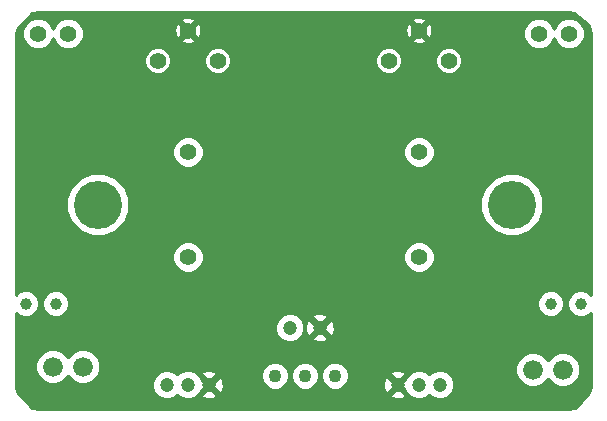
<source format=gbl>
G04 (created by PCBNEW (22-Jun-2014 BZR 4027)-stable) date Tue 12 Jul 2016 21:22:19 BST*
%MOIN*%
G04 Gerber Fmt 3.4, Leading zero omitted, Abs format*
%FSLAX34Y34*%
G01*
G70*
G90*
G04 APERTURE LIST*
%ADD10C,0.00590551*%
%ADD11C,0.055*%
%ADD12C,0.0433071*%
%ADD13C,0.16*%
%ADD14C,0.0472441*%
%ADD15C,0.066*%
%ADD16C,0.0393701*%
%ADD17C,0.0551181*%
%ADD18C,0.01*%
G04 APERTURE END LIST*
G54D10*
G54D11*
X116900Y-69500D03*
X117900Y-69500D03*
X100200Y-69500D03*
X101200Y-69500D03*
G54D12*
X109100Y-80900D03*
X108100Y-80900D03*
X110100Y-80900D03*
G54D13*
X102200Y-75200D03*
X116000Y-75200D03*
G54D14*
X108600Y-79300D03*
X109600Y-79300D03*
G54D11*
X105200Y-73450D03*
X105200Y-76950D03*
X112900Y-73450D03*
X112900Y-76950D03*
G54D15*
X100700Y-80600D03*
X101700Y-80600D03*
X117700Y-80700D03*
X116700Y-80700D03*
G54D16*
X117300Y-78500D03*
X118300Y-78500D03*
X99800Y-78500D03*
X100800Y-78500D03*
G54D14*
X112200Y-81200D03*
X112900Y-81200D03*
X113600Y-81200D03*
X105900Y-81200D03*
X105200Y-81200D03*
X104500Y-81200D03*
G54D17*
X111900Y-70400D03*
X112900Y-69400D03*
X113900Y-70400D03*
X104200Y-70400D03*
X105200Y-69400D03*
X106200Y-70400D03*
G54D10*
G36*
X118630Y-81271D02*
X118586Y-81492D01*
X118280Y-81799D01*
X118280Y-80585D01*
X118191Y-80371D01*
X118028Y-80208D01*
X117815Y-80120D01*
X117746Y-80120D01*
X117746Y-78411D01*
X117679Y-78247D01*
X117553Y-78121D01*
X117389Y-78053D01*
X117211Y-78053D01*
X117050Y-78119D01*
X117050Y-74992D01*
X116890Y-74606D01*
X116595Y-74310D01*
X116209Y-74150D01*
X115792Y-74149D01*
X115406Y-74309D01*
X115110Y-74604D01*
X114950Y-74990D01*
X114949Y-75407D01*
X115109Y-75794D01*
X115404Y-76089D01*
X115790Y-76249D01*
X116207Y-76250D01*
X116594Y-76090D01*
X116889Y-75795D01*
X117049Y-75409D01*
X117050Y-74992D01*
X117050Y-78119D01*
X117047Y-78120D01*
X116921Y-78246D01*
X116853Y-78410D01*
X116853Y-78588D01*
X116920Y-78752D01*
X117046Y-78878D01*
X117210Y-78946D01*
X117388Y-78946D01*
X117552Y-78879D01*
X117678Y-78753D01*
X117746Y-78589D01*
X117746Y-78411D01*
X117746Y-80120D01*
X117585Y-80119D01*
X117371Y-80208D01*
X117208Y-80371D01*
X117200Y-80391D01*
X117191Y-80371D01*
X117028Y-80208D01*
X116815Y-80120D01*
X116585Y-80119D01*
X116371Y-80208D01*
X116208Y-80371D01*
X116120Y-80584D01*
X116119Y-80814D01*
X116208Y-81028D01*
X116371Y-81191D01*
X116584Y-81279D01*
X116814Y-81280D01*
X117028Y-81191D01*
X117191Y-81028D01*
X117199Y-81008D01*
X117208Y-81028D01*
X117371Y-81191D01*
X117584Y-81279D01*
X117814Y-81280D01*
X118028Y-81191D01*
X118191Y-81028D01*
X118279Y-80815D01*
X118280Y-80585D01*
X118280Y-81799D01*
X118092Y-81987D01*
X117873Y-82030D01*
X114346Y-82030D01*
X114346Y-70311D01*
X114279Y-70147D01*
X114153Y-70021D01*
X113989Y-69953D01*
X113811Y-69953D01*
X113647Y-70020D01*
X113521Y-70146D01*
X113453Y-70310D01*
X113453Y-70488D01*
X113520Y-70652D01*
X113646Y-70778D01*
X113810Y-70846D01*
X113988Y-70846D01*
X114152Y-70779D01*
X114278Y-70653D01*
X114346Y-70489D01*
X114346Y-70311D01*
X114346Y-82030D01*
X114086Y-82030D01*
X114086Y-81103D01*
X114012Y-80924D01*
X113875Y-80788D01*
X113697Y-80713D01*
X113503Y-80713D01*
X113425Y-80746D01*
X113425Y-76846D01*
X113425Y-73346D01*
X113352Y-73169D01*
X113352Y-69457D01*
X113339Y-69279D01*
X113295Y-69174D01*
X113211Y-69159D01*
X113140Y-69230D01*
X113140Y-69088D01*
X113125Y-69004D01*
X112957Y-68947D01*
X112779Y-68960D01*
X112674Y-69004D01*
X112659Y-69088D01*
X112900Y-69329D01*
X113140Y-69088D01*
X113140Y-69230D01*
X112970Y-69400D01*
X113211Y-69640D01*
X113295Y-69625D01*
X113352Y-69457D01*
X113352Y-73169D01*
X113345Y-73153D01*
X113197Y-73005D01*
X113140Y-72981D01*
X113140Y-69711D01*
X112900Y-69470D01*
X112829Y-69541D01*
X112829Y-69400D01*
X112588Y-69159D01*
X112504Y-69174D01*
X112447Y-69342D01*
X112460Y-69520D01*
X112504Y-69625D01*
X112588Y-69640D01*
X112829Y-69400D01*
X112829Y-69541D01*
X112659Y-69711D01*
X112674Y-69795D01*
X112842Y-69852D01*
X113020Y-69839D01*
X113125Y-69795D01*
X113140Y-69711D01*
X113140Y-72981D01*
X113004Y-72925D01*
X112796Y-72924D01*
X112603Y-73004D01*
X112455Y-73152D01*
X112375Y-73345D01*
X112374Y-73553D01*
X112454Y-73747D01*
X112602Y-73894D01*
X112795Y-73974D01*
X113003Y-73975D01*
X113197Y-73895D01*
X113344Y-73747D01*
X113424Y-73554D01*
X113425Y-73346D01*
X113425Y-76846D01*
X113345Y-76653D01*
X113197Y-76505D01*
X113004Y-76425D01*
X112796Y-76424D01*
X112603Y-76504D01*
X112455Y-76652D01*
X112375Y-76845D01*
X112374Y-77053D01*
X112454Y-77247D01*
X112602Y-77394D01*
X112795Y-77474D01*
X113003Y-77475D01*
X113197Y-77395D01*
X113344Y-77247D01*
X113424Y-77054D01*
X113425Y-76846D01*
X113425Y-80746D01*
X113324Y-80787D01*
X113249Y-80862D01*
X113175Y-80788D01*
X112997Y-80713D01*
X112803Y-80713D01*
X112624Y-80787D01*
X112488Y-80924D01*
X112468Y-80970D01*
X112468Y-80860D01*
X112449Y-80771D01*
X112346Y-80736D01*
X112346Y-70311D01*
X112279Y-70147D01*
X112153Y-70021D01*
X111989Y-69953D01*
X111811Y-69953D01*
X111647Y-70020D01*
X111521Y-70146D01*
X111453Y-70310D01*
X111453Y-70488D01*
X111520Y-70652D01*
X111646Y-70778D01*
X111810Y-70846D01*
X111988Y-70846D01*
X112152Y-70779D01*
X112278Y-70653D01*
X112346Y-70489D01*
X112346Y-70311D01*
X112346Y-80736D01*
X112266Y-80708D01*
X112073Y-80720D01*
X111950Y-80771D01*
X111931Y-80860D01*
X112200Y-81129D01*
X112468Y-80860D01*
X112468Y-80970D01*
X112446Y-81024D01*
X112270Y-81200D01*
X112446Y-81375D01*
X112487Y-81475D01*
X112624Y-81611D01*
X112802Y-81686D01*
X112996Y-81686D01*
X113175Y-81612D01*
X113250Y-81537D01*
X113324Y-81611D01*
X113502Y-81686D01*
X113696Y-81686D01*
X113875Y-81612D01*
X114011Y-81475D01*
X114086Y-81297D01*
X114086Y-81103D01*
X114086Y-82030D01*
X112468Y-82030D01*
X112468Y-81539D01*
X112200Y-81270D01*
X112129Y-81341D01*
X112129Y-81200D01*
X111860Y-80931D01*
X111771Y-80950D01*
X111708Y-81133D01*
X111720Y-81326D01*
X111771Y-81449D01*
X111860Y-81468D01*
X112129Y-81200D01*
X112129Y-81341D01*
X111931Y-81539D01*
X111950Y-81628D01*
X112133Y-81691D01*
X112326Y-81679D01*
X112449Y-81628D01*
X112468Y-81539D01*
X112468Y-82030D01*
X110566Y-82030D01*
X110566Y-80807D01*
X110495Y-80636D01*
X110364Y-80504D01*
X110193Y-80433D01*
X110091Y-80433D01*
X110091Y-79366D01*
X110079Y-79173D01*
X110028Y-79050D01*
X109939Y-79031D01*
X109868Y-79101D01*
X109868Y-78960D01*
X109849Y-78871D01*
X109666Y-78808D01*
X109473Y-78820D01*
X109350Y-78871D01*
X109331Y-78960D01*
X109600Y-79229D01*
X109868Y-78960D01*
X109868Y-79101D01*
X109670Y-79300D01*
X109939Y-79568D01*
X110028Y-79549D01*
X110091Y-79366D01*
X110091Y-80433D01*
X110007Y-80433D01*
X109868Y-80490D01*
X109868Y-79639D01*
X109600Y-79370D01*
X109529Y-79441D01*
X109529Y-79300D01*
X109260Y-79031D01*
X109171Y-79050D01*
X109108Y-79233D01*
X109120Y-79426D01*
X109171Y-79549D01*
X109260Y-79568D01*
X109529Y-79300D01*
X109529Y-79441D01*
X109331Y-79639D01*
X109350Y-79728D01*
X109533Y-79791D01*
X109726Y-79779D01*
X109849Y-79728D01*
X109868Y-79639D01*
X109868Y-80490D01*
X109836Y-80504D01*
X109704Y-80635D01*
X109633Y-80806D01*
X109633Y-80992D01*
X109704Y-81163D01*
X109835Y-81295D01*
X110006Y-81366D01*
X110192Y-81366D01*
X110363Y-81295D01*
X110495Y-81164D01*
X110566Y-80993D01*
X110566Y-80807D01*
X110566Y-82030D01*
X109566Y-82030D01*
X109566Y-80807D01*
X109495Y-80636D01*
X109364Y-80504D01*
X109193Y-80433D01*
X109086Y-80433D01*
X109086Y-79203D01*
X109012Y-79024D01*
X108875Y-78888D01*
X108697Y-78813D01*
X108503Y-78813D01*
X108324Y-78887D01*
X108188Y-79024D01*
X108113Y-79202D01*
X108113Y-79396D01*
X108187Y-79575D01*
X108324Y-79711D01*
X108502Y-79786D01*
X108696Y-79786D01*
X108875Y-79712D01*
X109011Y-79575D01*
X109086Y-79397D01*
X109086Y-79203D01*
X109086Y-80433D01*
X109007Y-80433D01*
X108836Y-80504D01*
X108704Y-80635D01*
X108633Y-80806D01*
X108633Y-80992D01*
X108704Y-81163D01*
X108835Y-81295D01*
X109006Y-81366D01*
X109192Y-81366D01*
X109363Y-81295D01*
X109495Y-81164D01*
X109566Y-80993D01*
X109566Y-80807D01*
X109566Y-82030D01*
X108566Y-82030D01*
X108566Y-80807D01*
X108495Y-80636D01*
X108364Y-80504D01*
X108193Y-80433D01*
X108007Y-80433D01*
X107836Y-80504D01*
X107704Y-80635D01*
X107633Y-80806D01*
X107633Y-80992D01*
X107704Y-81163D01*
X107835Y-81295D01*
X108006Y-81366D01*
X108192Y-81366D01*
X108363Y-81295D01*
X108495Y-81164D01*
X108566Y-80993D01*
X108566Y-80807D01*
X108566Y-82030D01*
X106646Y-82030D01*
X106646Y-70311D01*
X106579Y-70147D01*
X106453Y-70021D01*
X106289Y-69953D01*
X106111Y-69953D01*
X105947Y-70020D01*
X105821Y-70146D01*
X105753Y-70310D01*
X105753Y-70488D01*
X105820Y-70652D01*
X105946Y-70778D01*
X106110Y-70846D01*
X106288Y-70846D01*
X106452Y-70779D01*
X106578Y-70653D01*
X106646Y-70489D01*
X106646Y-70311D01*
X106646Y-82030D01*
X106391Y-82030D01*
X106391Y-81266D01*
X106379Y-81073D01*
X106328Y-80950D01*
X106239Y-80931D01*
X106168Y-81001D01*
X106168Y-80860D01*
X106149Y-80771D01*
X105966Y-80708D01*
X105773Y-80720D01*
X105725Y-80740D01*
X105725Y-76846D01*
X105725Y-73346D01*
X105652Y-73169D01*
X105652Y-69457D01*
X105639Y-69279D01*
X105595Y-69174D01*
X105511Y-69159D01*
X105440Y-69230D01*
X105440Y-69088D01*
X105425Y-69004D01*
X105257Y-68947D01*
X105079Y-68960D01*
X104974Y-69004D01*
X104959Y-69088D01*
X105200Y-69329D01*
X105440Y-69088D01*
X105440Y-69230D01*
X105270Y-69400D01*
X105511Y-69640D01*
X105595Y-69625D01*
X105652Y-69457D01*
X105652Y-73169D01*
X105645Y-73153D01*
X105497Y-73005D01*
X105440Y-72981D01*
X105440Y-69711D01*
X105200Y-69470D01*
X105129Y-69541D01*
X105129Y-69400D01*
X104888Y-69159D01*
X104804Y-69174D01*
X104747Y-69342D01*
X104760Y-69520D01*
X104804Y-69625D01*
X104888Y-69640D01*
X105129Y-69400D01*
X105129Y-69541D01*
X104959Y-69711D01*
X104974Y-69795D01*
X105142Y-69852D01*
X105320Y-69839D01*
X105425Y-69795D01*
X105440Y-69711D01*
X105440Y-72981D01*
X105304Y-72925D01*
X105096Y-72924D01*
X104903Y-73004D01*
X104755Y-73152D01*
X104675Y-73345D01*
X104674Y-73553D01*
X104754Y-73747D01*
X104902Y-73894D01*
X105095Y-73974D01*
X105303Y-73975D01*
X105497Y-73895D01*
X105644Y-73747D01*
X105724Y-73554D01*
X105725Y-73346D01*
X105725Y-76846D01*
X105645Y-76653D01*
X105497Y-76505D01*
X105304Y-76425D01*
X105096Y-76424D01*
X104903Y-76504D01*
X104755Y-76652D01*
X104675Y-76845D01*
X104674Y-77053D01*
X104754Y-77247D01*
X104902Y-77394D01*
X105095Y-77474D01*
X105303Y-77475D01*
X105497Y-77395D01*
X105644Y-77247D01*
X105724Y-77054D01*
X105725Y-76846D01*
X105725Y-80740D01*
X105650Y-80771D01*
X105631Y-80860D01*
X105900Y-81129D01*
X106168Y-80860D01*
X106168Y-81001D01*
X105970Y-81200D01*
X106239Y-81468D01*
X106328Y-81449D01*
X106391Y-81266D01*
X106391Y-82030D01*
X106168Y-82030D01*
X106168Y-81539D01*
X105900Y-81270D01*
X105829Y-81341D01*
X105829Y-81200D01*
X105653Y-81024D01*
X105612Y-80924D01*
X105475Y-80788D01*
X105297Y-80713D01*
X105103Y-80713D01*
X104924Y-80787D01*
X104849Y-80862D01*
X104775Y-80788D01*
X104646Y-80734D01*
X104646Y-70311D01*
X104579Y-70147D01*
X104453Y-70021D01*
X104289Y-69953D01*
X104111Y-69953D01*
X103947Y-70020D01*
X103821Y-70146D01*
X103753Y-70310D01*
X103753Y-70488D01*
X103820Y-70652D01*
X103946Y-70778D01*
X104110Y-70846D01*
X104288Y-70846D01*
X104452Y-70779D01*
X104578Y-70653D01*
X104646Y-70489D01*
X104646Y-70311D01*
X104646Y-80734D01*
X104597Y-80713D01*
X104403Y-80713D01*
X104224Y-80787D01*
X104088Y-80924D01*
X104013Y-81102D01*
X104013Y-81296D01*
X104087Y-81475D01*
X104224Y-81611D01*
X104402Y-81686D01*
X104596Y-81686D01*
X104775Y-81612D01*
X104850Y-81537D01*
X104924Y-81611D01*
X105102Y-81686D01*
X105296Y-81686D01*
X105475Y-81612D01*
X105611Y-81475D01*
X105653Y-81375D01*
X105829Y-81200D01*
X105829Y-81341D01*
X105631Y-81539D01*
X105650Y-81628D01*
X105833Y-81691D01*
X106026Y-81679D01*
X106149Y-81628D01*
X106168Y-81539D01*
X106168Y-82030D01*
X103250Y-82030D01*
X103250Y-74992D01*
X103090Y-74606D01*
X102795Y-74310D01*
X102409Y-74150D01*
X101992Y-74149D01*
X101725Y-74260D01*
X101725Y-69396D01*
X101645Y-69203D01*
X101497Y-69055D01*
X101304Y-68975D01*
X101096Y-68974D01*
X100903Y-69054D01*
X100755Y-69202D01*
X100699Y-69335D01*
X100645Y-69203D01*
X100497Y-69055D01*
X100304Y-68975D01*
X100096Y-68974D01*
X99903Y-69054D01*
X99755Y-69202D01*
X99675Y-69395D01*
X99674Y-69603D01*
X99754Y-69797D01*
X99902Y-69944D01*
X100095Y-70024D01*
X100303Y-70025D01*
X100497Y-69945D01*
X100644Y-69797D01*
X100700Y-69664D01*
X100754Y-69797D01*
X100902Y-69944D01*
X101095Y-70024D01*
X101303Y-70025D01*
X101497Y-69945D01*
X101644Y-69797D01*
X101724Y-69604D01*
X101725Y-69396D01*
X101725Y-74260D01*
X101606Y-74309D01*
X101310Y-74604D01*
X101150Y-74990D01*
X101149Y-75407D01*
X101309Y-75794D01*
X101604Y-76089D01*
X101990Y-76249D01*
X102407Y-76250D01*
X102794Y-76090D01*
X103089Y-75795D01*
X103249Y-75409D01*
X103250Y-74992D01*
X103250Y-82030D01*
X102280Y-82030D01*
X102280Y-80485D01*
X102191Y-80271D01*
X102028Y-80108D01*
X101815Y-80020D01*
X101585Y-80019D01*
X101371Y-80108D01*
X101246Y-80232D01*
X101246Y-78411D01*
X101179Y-78247D01*
X101053Y-78121D01*
X100889Y-78053D01*
X100711Y-78053D01*
X100547Y-78120D01*
X100421Y-78246D01*
X100353Y-78410D01*
X100353Y-78588D01*
X100420Y-78752D01*
X100546Y-78878D01*
X100710Y-78946D01*
X100888Y-78946D01*
X101052Y-78879D01*
X101178Y-78753D01*
X101246Y-78589D01*
X101246Y-78411D01*
X101246Y-80232D01*
X101208Y-80271D01*
X101200Y-80291D01*
X101191Y-80271D01*
X101028Y-80108D01*
X100815Y-80020D01*
X100585Y-80019D01*
X100371Y-80108D01*
X100208Y-80271D01*
X100120Y-80484D01*
X100119Y-80714D01*
X100208Y-80928D01*
X100371Y-81091D01*
X100584Y-81179D01*
X100814Y-81180D01*
X101028Y-81091D01*
X101191Y-80928D01*
X101199Y-80908D01*
X101208Y-80928D01*
X101371Y-81091D01*
X101584Y-81179D01*
X101814Y-81180D01*
X102028Y-81091D01*
X102191Y-80928D01*
X102279Y-80715D01*
X102280Y-80485D01*
X102280Y-82030D01*
X100228Y-82030D01*
X100019Y-81988D01*
X99503Y-81442D01*
X99469Y-81273D01*
X99469Y-78801D01*
X99546Y-78878D01*
X99710Y-78946D01*
X99888Y-78946D01*
X100052Y-78879D01*
X100178Y-78753D01*
X100246Y-78589D01*
X100246Y-78411D01*
X100179Y-78247D01*
X100053Y-78121D01*
X99889Y-78053D01*
X99711Y-78053D01*
X99547Y-78120D01*
X99469Y-78198D01*
X99469Y-69526D01*
X99503Y-69357D01*
X100019Y-68811D01*
X100228Y-68769D01*
X117873Y-68769D01*
X118072Y-68809D01*
X118569Y-69223D01*
X118630Y-69528D01*
X118630Y-78198D01*
X118553Y-78121D01*
X118425Y-78068D01*
X118425Y-69396D01*
X118345Y-69203D01*
X118197Y-69055D01*
X118004Y-68975D01*
X117796Y-68974D01*
X117603Y-69054D01*
X117455Y-69202D01*
X117399Y-69335D01*
X117345Y-69203D01*
X117197Y-69055D01*
X117004Y-68975D01*
X116796Y-68974D01*
X116603Y-69054D01*
X116455Y-69202D01*
X116375Y-69395D01*
X116374Y-69603D01*
X116454Y-69797D01*
X116602Y-69944D01*
X116795Y-70024D01*
X117003Y-70025D01*
X117197Y-69945D01*
X117344Y-69797D01*
X117400Y-69664D01*
X117454Y-69797D01*
X117602Y-69944D01*
X117795Y-70024D01*
X118003Y-70025D01*
X118197Y-69945D01*
X118344Y-69797D01*
X118424Y-69604D01*
X118425Y-69396D01*
X118425Y-78068D01*
X118389Y-78053D01*
X118211Y-78053D01*
X118047Y-78120D01*
X117921Y-78246D01*
X117853Y-78410D01*
X117853Y-78588D01*
X117920Y-78752D01*
X118046Y-78878D01*
X118210Y-78946D01*
X118388Y-78946D01*
X118552Y-78879D01*
X118630Y-78801D01*
X118630Y-81271D01*
X118630Y-81271D01*
G37*
G54D18*
X118630Y-81271D02*
X118586Y-81492D01*
X118280Y-81799D01*
X118280Y-80585D01*
X118191Y-80371D01*
X118028Y-80208D01*
X117815Y-80120D01*
X117746Y-80120D01*
X117746Y-78411D01*
X117679Y-78247D01*
X117553Y-78121D01*
X117389Y-78053D01*
X117211Y-78053D01*
X117050Y-78119D01*
X117050Y-74992D01*
X116890Y-74606D01*
X116595Y-74310D01*
X116209Y-74150D01*
X115792Y-74149D01*
X115406Y-74309D01*
X115110Y-74604D01*
X114950Y-74990D01*
X114949Y-75407D01*
X115109Y-75794D01*
X115404Y-76089D01*
X115790Y-76249D01*
X116207Y-76250D01*
X116594Y-76090D01*
X116889Y-75795D01*
X117049Y-75409D01*
X117050Y-74992D01*
X117050Y-78119D01*
X117047Y-78120D01*
X116921Y-78246D01*
X116853Y-78410D01*
X116853Y-78588D01*
X116920Y-78752D01*
X117046Y-78878D01*
X117210Y-78946D01*
X117388Y-78946D01*
X117552Y-78879D01*
X117678Y-78753D01*
X117746Y-78589D01*
X117746Y-78411D01*
X117746Y-80120D01*
X117585Y-80119D01*
X117371Y-80208D01*
X117208Y-80371D01*
X117200Y-80391D01*
X117191Y-80371D01*
X117028Y-80208D01*
X116815Y-80120D01*
X116585Y-80119D01*
X116371Y-80208D01*
X116208Y-80371D01*
X116120Y-80584D01*
X116119Y-80814D01*
X116208Y-81028D01*
X116371Y-81191D01*
X116584Y-81279D01*
X116814Y-81280D01*
X117028Y-81191D01*
X117191Y-81028D01*
X117199Y-81008D01*
X117208Y-81028D01*
X117371Y-81191D01*
X117584Y-81279D01*
X117814Y-81280D01*
X118028Y-81191D01*
X118191Y-81028D01*
X118279Y-80815D01*
X118280Y-80585D01*
X118280Y-81799D01*
X118092Y-81987D01*
X117873Y-82030D01*
X114346Y-82030D01*
X114346Y-70311D01*
X114279Y-70147D01*
X114153Y-70021D01*
X113989Y-69953D01*
X113811Y-69953D01*
X113647Y-70020D01*
X113521Y-70146D01*
X113453Y-70310D01*
X113453Y-70488D01*
X113520Y-70652D01*
X113646Y-70778D01*
X113810Y-70846D01*
X113988Y-70846D01*
X114152Y-70779D01*
X114278Y-70653D01*
X114346Y-70489D01*
X114346Y-70311D01*
X114346Y-82030D01*
X114086Y-82030D01*
X114086Y-81103D01*
X114012Y-80924D01*
X113875Y-80788D01*
X113697Y-80713D01*
X113503Y-80713D01*
X113425Y-80746D01*
X113425Y-76846D01*
X113425Y-73346D01*
X113352Y-73169D01*
X113352Y-69457D01*
X113339Y-69279D01*
X113295Y-69174D01*
X113211Y-69159D01*
X113140Y-69230D01*
X113140Y-69088D01*
X113125Y-69004D01*
X112957Y-68947D01*
X112779Y-68960D01*
X112674Y-69004D01*
X112659Y-69088D01*
X112900Y-69329D01*
X113140Y-69088D01*
X113140Y-69230D01*
X112970Y-69400D01*
X113211Y-69640D01*
X113295Y-69625D01*
X113352Y-69457D01*
X113352Y-73169D01*
X113345Y-73153D01*
X113197Y-73005D01*
X113140Y-72981D01*
X113140Y-69711D01*
X112900Y-69470D01*
X112829Y-69541D01*
X112829Y-69400D01*
X112588Y-69159D01*
X112504Y-69174D01*
X112447Y-69342D01*
X112460Y-69520D01*
X112504Y-69625D01*
X112588Y-69640D01*
X112829Y-69400D01*
X112829Y-69541D01*
X112659Y-69711D01*
X112674Y-69795D01*
X112842Y-69852D01*
X113020Y-69839D01*
X113125Y-69795D01*
X113140Y-69711D01*
X113140Y-72981D01*
X113004Y-72925D01*
X112796Y-72924D01*
X112603Y-73004D01*
X112455Y-73152D01*
X112375Y-73345D01*
X112374Y-73553D01*
X112454Y-73747D01*
X112602Y-73894D01*
X112795Y-73974D01*
X113003Y-73975D01*
X113197Y-73895D01*
X113344Y-73747D01*
X113424Y-73554D01*
X113425Y-73346D01*
X113425Y-76846D01*
X113345Y-76653D01*
X113197Y-76505D01*
X113004Y-76425D01*
X112796Y-76424D01*
X112603Y-76504D01*
X112455Y-76652D01*
X112375Y-76845D01*
X112374Y-77053D01*
X112454Y-77247D01*
X112602Y-77394D01*
X112795Y-77474D01*
X113003Y-77475D01*
X113197Y-77395D01*
X113344Y-77247D01*
X113424Y-77054D01*
X113425Y-76846D01*
X113425Y-80746D01*
X113324Y-80787D01*
X113249Y-80862D01*
X113175Y-80788D01*
X112997Y-80713D01*
X112803Y-80713D01*
X112624Y-80787D01*
X112488Y-80924D01*
X112468Y-80970D01*
X112468Y-80860D01*
X112449Y-80771D01*
X112346Y-80736D01*
X112346Y-70311D01*
X112279Y-70147D01*
X112153Y-70021D01*
X111989Y-69953D01*
X111811Y-69953D01*
X111647Y-70020D01*
X111521Y-70146D01*
X111453Y-70310D01*
X111453Y-70488D01*
X111520Y-70652D01*
X111646Y-70778D01*
X111810Y-70846D01*
X111988Y-70846D01*
X112152Y-70779D01*
X112278Y-70653D01*
X112346Y-70489D01*
X112346Y-70311D01*
X112346Y-80736D01*
X112266Y-80708D01*
X112073Y-80720D01*
X111950Y-80771D01*
X111931Y-80860D01*
X112200Y-81129D01*
X112468Y-80860D01*
X112468Y-80970D01*
X112446Y-81024D01*
X112270Y-81200D01*
X112446Y-81375D01*
X112487Y-81475D01*
X112624Y-81611D01*
X112802Y-81686D01*
X112996Y-81686D01*
X113175Y-81612D01*
X113250Y-81537D01*
X113324Y-81611D01*
X113502Y-81686D01*
X113696Y-81686D01*
X113875Y-81612D01*
X114011Y-81475D01*
X114086Y-81297D01*
X114086Y-81103D01*
X114086Y-82030D01*
X112468Y-82030D01*
X112468Y-81539D01*
X112200Y-81270D01*
X112129Y-81341D01*
X112129Y-81200D01*
X111860Y-80931D01*
X111771Y-80950D01*
X111708Y-81133D01*
X111720Y-81326D01*
X111771Y-81449D01*
X111860Y-81468D01*
X112129Y-81200D01*
X112129Y-81341D01*
X111931Y-81539D01*
X111950Y-81628D01*
X112133Y-81691D01*
X112326Y-81679D01*
X112449Y-81628D01*
X112468Y-81539D01*
X112468Y-82030D01*
X110566Y-82030D01*
X110566Y-80807D01*
X110495Y-80636D01*
X110364Y-80504D01*
X110193Y-80433D01*
X110091Y-80433D01*
X110091Y-79366D01*
X110079Y-79173D01*
X110028Y-79050D01*
X109939Y-79031D01*
X109868Y-79101D01*
X109868Y-78960D01*
X109849Y-78871D01*
X109666Y-78808D01*
X109473Y-78820D01*
X109350Y-78871D01*
X109331Y-78960D01*
X109600Y-79229D01*
X109868Y-78960D01*
X109868Y-79101D01*
X109670Y-79300D01*
X109939Y-79568D01*
X110028Y-79549D01*
X110091Y-79366D01*
X110091Y-80433D01*
X110007Y-80433D01*
X109868Y-80490D01*
X109868Y-79639D01*
X109600Y-79370D01*
X109529Y-79441D01*
X109529Y-79300D01*
X109260Y-79031D01*
X109171Y-79050D01*
X109108Y-79233D01*
X109120Y-79426D01*
X109171Y-79549D01*
X109260Y-79568D01*
X109529Y-79300D01*
X109529Y-79441D01*
X109331Y-79639D01*
X109350Y-79728D01*
X109533Y-79791D01*
X109726Y-79779D01*
X109849Y-79728D01*
X109868Y-79639D01*
X109868Y-80490D01*
X109836Y-80504D01*
X109704Y-80635D01*
X109633Y-80806D01*
X109633Y-80992D01*
X109704Y-81163D01*
X109835Y-81295D01*
X110006Y-81366D01*
X110192Y-81366D01*
X110363Y-81295D01*
X110495Y-81164D01*
X110566Y-80993D01*
X110566Y-80807D01*
X110566Y-82030D01*
X109566Y-82030D01*
X109566Y-80807D01*
X109495Y-80636D01*
X109364Y-80504D01*
X109193Y-80433D01*
X109086Y-80433D01*
X109086Y-79203D01*
X109012Y-79024D01*
X108875Y-78888D01*
X108697Y-78813D01*
X108503Y-78813D01*
X108324Y-78887D01*
X108188Y-79024D01*
X108113Y-79202D01*
X108113Y-79396D01*
X108187Y-79575D01*
X108324Y-79711D01*
X108502Y-79786D01*
X108696Y-79786D01*
X108875Y-79712D01*
X109011Y-79575D01*
X109086Y-79397D01*
X109086Y-79203D01*
X109086Y-80433D01*
X109007Y-80433D01*
X108836Y-80504D01*
X108704Y-80635D01*
X108633Y-80806D01*
X108633Y-80992D01*
X108704Y-81163D01*
X108835Y-81295D01*
X109006Y-81366D01*
X109192Y-81366D01*
X109363Y-81295D01*
X109495Y-81164D01*
X109566Y-80993D01*
X109566Y-80807D01*
X109566Y-82030D01*
X108566Y-82030D01*
X108566Y-80807D01*
X108495Y-80636D01*
X108364Y-80504D01*
X108193Y-80433D01*
X108007Y-80433D01*
X107836Y-80504D01*
X107704Y-80635D01*
X107633Y-80806D01*
X107633Y-80992D01*
X107704Y-81163D01*
X107835Y-81295D01*
X108006Y-81366D01*
X108192Y-81366D01*
X108363Y-81295D01*
X108495Y-81164D01*
X108566Y-80993D01*
X108566Y-80807D01*
X108566Y-82030D01*
X106646Y-82030D01*
X106646Y-70311D01*
X106579Y-70147D01*
X106453Y-70021D01*
X106289Y-69953D01*
X106111Y-69953D01*
X105947Y-70020D01*
X105821Y-70146D01*
X105753Y-70310D01*
X105753Y-70488D01*
X105820Y-70652D01*
X105946Y-70778D01*
X106110Y-70846D01*
X106288Y-70846D01*
X106452Y-70779D01*
X106578Y-70653D01*
X106646Y-70489D01*
X106646Y-70311D01*
X106646Y-82030D01*
X106391Y-82030D01*
X106391Y-81266D01*
X106379Y-81073D01*
X106328Y-80950D01*
X106239Y-80931D01*
X106168Y-81001D01*
X106168Y-80860D01*
X106149Y-80771D01*
X105966Y-80708D01*
X105773Y-80720D01*
X105725Y-80740D01*
X105725Y-76846D01*
X105725Y-73346D01*
X105652Y-73169D01*
X105652Y-69457D01*
X105639Y-69279D01*
X105595Y-69174D01*
X105511Y-69159D01*
X105440Y-69230D01*
X105440Y-69088D01*
X105425Y-69004D01*
X105257Y-68947D01*
X105079Y-68960D01*
X104974Y-69004D01*
X104959Y-69088D01*
X105200Y-69329D01*
X105440Y-69088D01*
X105440Y-69230D01*
X105270Y-69400D01*
X105511Y-69640D01*
X105595Y-69625D01*
X105652Y-69457D01*
X105652Y-73169D01*
X105645Y-73153D01*
X105497Y-73005D01*
X105440Y-72981D01*
X105440Y-69711D01*
X105200Y-69470D01*
X105129Y-69541D01*
X105129Y-69400D01*
X104888Y-69159D01*
X104804Y-69174D01*
X104747Y-69342D01*
X104760Y-69520D01*
X104804Y-69625D01*
X104888Y-69640D01*
X105129Y-69400D01*
X105129Y-69541D01*
X104959Y-69711D01*
X104974Y-69795D01*
X105142Y-69852D01*
X105320Y-69839D01*
X105425Y-69795D01*
X105440Y-69711D01*
X105440Y-72981D01*
X105304Y-72925D01*
X105096Y-72924D01*
X104903Y-73004D01*
X104755Y-73152D01*
X104675Y-73345D01*
X104674Y-73553D01*
X104754Y-73747D01*
X104902Y-73894D01*
X105095Y-73974D01*
X105303Y-73975D01*
X105497Y-73895D01*
X105644Y-73747D01*
X105724Y-73554D01*
X105725Y-73346D01*
X105725Y-76846D01*
X105645Y-76653D01*
X105497Y-76505D01*
X105304Y-76425D01*
X105096Y-76424D01*
X104903Y-76504D01*
X104755Y-76652D01*
X104675Y-76845D01*
X104674Y-77053D01*
X104754Y-77247D01*
X104902Y-77394D01*
X105095Y-77474D01*
X105303Y-77475D01*
X105497Y-77395D01*
X105644Y-77247D01*
X105724Y-77054D01*
X105725Y-76846D01*
X105725Y-80740D01*
X105650Y-80771D01*
X105631Y-80860D01*
X105900Y-81129D01*
X106168Y-80860D01*
X106168Y-81001D01*
X105970Y-81200D01*
X106239Y-81468D01*
X106328Y-81449D01*
X106391Y-81266D01*
X106391Y-82030D01*
X106168Y-82030D01*
X106168Y-81539D01*
X105900Y-81270D01*
X105829Y-81341D01*
X105829Y-81200D01*
X105653Y-81024D01*
X105612Y-80924D01*
X105475Y-80788D01*
X105297Y-80713D01*
X105103Y-80713D01*
X104924Y-80787D01*
X104849Y-80862D01*
X104775Y-80788D01*
X104646Y-80734D01*
X104646Y-70311D01*
X104579Y-70147D01*
X104453Y-70021D01*
X104289Y-69953D01*
X104111Y-69953D01*
X103947Y-70020D01*
X103821Y-70146D01*
X103753Y-70310D01*
X103753Y-70488D01*
X103820Y-70652D01*
X103946Y-70778D01*
X104110Y-70846D01*
X104288Y-70846D01*
X104452Y-70779D01*
X104578Y-70653D01*
X104646Y-70489D01*
X104646Y-70311D01*
X104646Y-80734D01*
X104597Y-80713D01*
X104403Y-80713D01*
X104224Y-80787D01*
X104088Y-80924D01*
X104013Y-81102D01*
X104013Y-81296D01*
X104087Y-81475D01*
X104224Y-81611D01*
X104402Y-81686D01*
X104596Y-81686D01*
X104775Y-81612D01*
X104850Y-81537D01*
X104924Y-81611D01*
X105102Y-81686D01*
X105296Y-81686D01*
X105475Y-81612D01*
X105611Y-81475D01*
X105653Y-81375D01*
X105829Y-81200D01*
X105829Y-81341D01*
X105631Y-81539D01*
X105650Y-81628D01*
X105833Y-81691D01*
X106026Y-81679D01*
X106149Y-81628D01*
X106168Y-81539D01*
X106168Y-82030D01*
X103250Y-82030D01*
X103250Y-74992D01*
X103090Y-74606D01*
X102795Y-74310D01*
X102409Y-74150D01*
X101992Y-74149D01*
X101725Y-74260D01*
X101725Y-69396D01*
X101645Y-69203D01*
X101497Y-69055D01*
X101304Y-68975D01*
X101096Y-68974D01*
X100903Y-69054D01*
X100755Y-69202D01*
X100699Y-69335D01*
X100645Y-69203D01*
X100497Y-69055D01*
X100304Y-68975D01*
X100096Y-68974D01*
X99903Y-69054D01*
X99755Y-69202D01*
X99675Y-69395D01*
X99674Y-69603D01*
X99754Y-69797D01*
X99902Y-69944D01*
X100095Y-70024D01*
X100303Y-70025D01*
X100497Y-69945D01*
X100644Y-69797D01*
X100700Y-69664D01*
X100754Y-69797D01*
X100902Y-69944D01*
X101095Y-70024D01*
X101303Y-70025D01*
X101497Y-69945D01*
X101644Y-69797D01*
X101724Y-69604D01*
X101725Y-69396D01*
X101725Y-74260D01*
X101606Y-74309D01*
X101310Y-74604D01*
X101150Y-74990D01*
X101149Y-75407D01*
X101309Y-75794D01*
X101604Y-76089D01*
X101990Y-76249D01*
X102407Y-76250D01*
X102794Y-76090D01*
X103089Y-75795D01*
X103249Y-75409D01*
X103250Y-74992D01*
X103250Y-82030D01*
X102280Y-82030D01*
X102280Y-80485D01*
X102191Y-80271D01*
X102028Y-80108D01*
X101815Y-80020D01*
X101585Y-80019D01*
X101371Y-80108D01*
X101246Y-80232D01*
X101246Y-78411D01*
X101179Y-78247D01*
X101053Y-78121D01*
X100889Y-78053D01*
X100711Y-78053D01*
X100547Y-78120D01*
X100421Y-78246D01*
X100353Y-78410D01*
X100353Y-78588D01*
X100420Y-78752D01*
X100546Y-78878D01*
X100710Y-78946D01*
X100888Y-78946D01*
X101052Y-78879D01*
X101178Y-78753D01*
X101246Y-78589D01*
X101246Y-78411D01*
X101246Y-80232D01*
X101208Y-80271D01*
X101200Y-80291D01*
X101191Y-80271D01*
X101028Y-80108D01*
X100815Y-80020D01*
X100585Y-80019D01*
X100371Y-80108D01*
X100208Y-80271D01*
X100120Y-80484D01*
X100119Y-80714D01*
X100208Y-80928D01*
X100371Y-81091D01*
X100584Y-81179D01*
X100814Y-81180D01*
X101028Y-81091D01*
X101191Y-80928D01*
X101199Y-80908D01*
X101208Y-80928D01*
X101371Y-81091D01*
X101584Y-81179D01*
X101814Y-81180D01*
X102028Y-81091D01*
X102191Y-80928D01*
X102279Y-80715D01*
X102280Y-80485D01*
X102280Y-82030D01*
X100228Y-82030D01*
X100019Y-81988D01*
X99503Y-81442D01*
X99469Y-81273D01*
X99469Y-78801D01*
X99546Y-78878D01*
X99710Y-78946D01*
X99888Y-78946D01*
X100052Y-78879D01*
X100178Y-78753D01*
X100246Y-78589D01*
X100246Y-78411D01*
X100179Y-78247D01*
X100053Y-78121D01*
X99889Y-78053D01*
X99711Y-78053D01*
X99547Y-78120D01*
X99469Y-78198D01*
X99469Y-69526D01*
X99503Y-69357D01*
X100019Y-68811D01*
X100228Y-68769D01*
X117873Y-68769D01*
X118072Y-68809D01*
X118569Y-69223D01*
X118630Y-69528D01*
X118630Y-78198D01*
X118553Y-78121D01*
X118425Y-78068D01*
X118425Y-69396D01*
X118345Y-69203D01*
X118197Y-69055D01*
X118004Y-68975D01*
X117796Y-68974D01*
X117603Y-69054D01*
X117455Y-69202D01*
X117399Y-69335D01*
X117345Y-69203D01*
X117197Y-69055D01*
X117004Y-68975D01*
X116796Y-68974D01*
X116603Y-69054D01*
X116455Y-69202D01*
X116375Y-69395D01*
X116374Y-69603D01*
X116454Y-69797D01*
X116602Y-69944D01*
X116795Y-70024D01*
X117003Y-70025D01*
X117197Y-69945D01*
X117344Y-69797D01*
X117400Y-69664D01*
X117454Y-69797D01*
X117602Y-69944D01*
X117795Y-70024D01*
X118003Y-70025D01*
X118197Y-69945D01*
X118344Y-69797D01*
X118424Y-69604D01*
X118425Y-69396D01*
X118425Y-78068D01*
X118389Y-78053D01*
X118211Y-78053D01*
X118047Y-78120D01*
X117921Y-78246D01*
X117853Y-78410D01*
X117853Y-78588D01*
X117920Y-78752D01*
X118046Y-78878D01*
X118210Y-78946D01*
X118388Y-78946D01*
X118552Y-78879D01*
X118630Y-78801D01*
X118630Y-81271D01*
M02*

</source>
